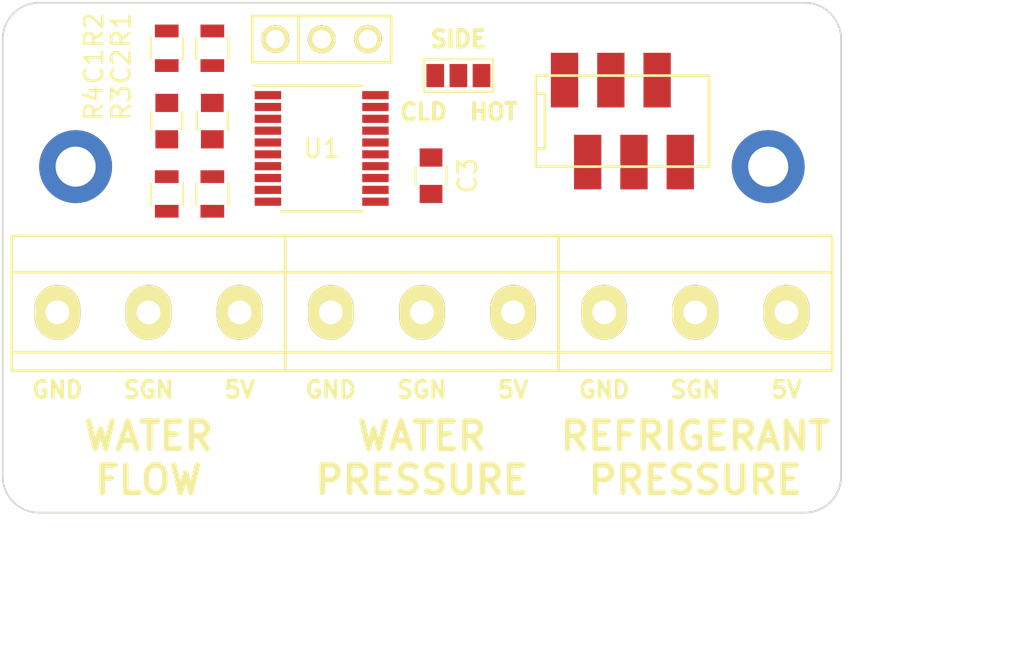
<source format=kicad_pcb>
(kicad_pcb (version 4) (host pcbnew 4.0.7-e2-6376~58~ubuntu16.04.1)

  (general
    (links 34)
    (no_connects 34)
    (area 130.949999 86.949999 177.050001 115.050001)
    (thickness 1.6)
    (drawings 25)
    (tracks 2)
    (zones 0)
    (modules 14)
    (nets 16)
  )

  (page A4)
  (layers
    (0 F.Cu signal)
    (31 B.Cu signal)
    (32 B.Adhes user)
    (33 F.Adhes user)
    (34 B.Paste user)
    (35 F.Paste user)
    (36 B.SilkS user)
    (37 F.SilkS user)
    (38 B.Mask user)
    (39 F.Mask user)
    (40 Dwgs.User user)
    (41 Cmts.User user)
    (42 Eco1.User user)
    (43 Eco2.User user)
    (44 Edge.Cuts user)
    (45 Margin user)
    (46 B.CrtYd user)
    (47 F.CrtYd user)
    (48 B.Fab user)
    (49 F.Fab user hide)
  )

  (setup
    (last_trace_width 0.25)
    (trace_clearance 0.2)
    (zone_clearance 0.508)
    (zone_45_only no)
    (trace_min 0.2)
    (segment_width 0.2)
    (edge_width 0.1)
    (via_size 0.6)
    (via_drill 0.4)
    (via_min_size 0.4)
    (via_min_drill 0.3)
    (user_via 0.9 0.6)
    (user_via 3 1)
    (user_via 4 2.2)
    (uvia_size 0.3)
    (uvia_drill 0.1)
    (uvias_allowed no)
    (uvia_min_size 0.2)
    (uvia_min_drill 0.1)
    (pcb_text_width 0.3)
    (pcb_text_size 1.5 1.5)
    (mod_edge_width 0.15)
    (mod_text_size 1 1)
    (mod_text_width 0.15)
    (pad_size 1.5 1.5)
    (pad_drill 0.6)
    (pad_to_mask_clearance 0)
    (aux_axis_origin 0 0)
    (visible_elements FFFFFF7F)
    (pcbplotparams
      (layerselection 0x00030_80000001)
      (usegerberextensions false)
      (excludeedgelayer true)
      (linewidth 0.100000)
      (plotframeref false)
      (viasonmask false)
      (mode 1)
      (useauxorigin false)
      (hpglpennumber 1)
      (hpglpenspeed 20)
      (hpglpendiameter 15)
      (hpglpenoverlay 2)
      (psnegative false)
      (psa4output false)
      (plotreference true)
      (plotvalue true)
      (plotinvisibletext false)
      (padsonsilk false)
      (subtractmaskfromsilk false)
      (outputformat 1)
      (mirror false)
      (drillshape 1)
      (scaleselection 1)
      (outputdirectory ""))
  )

  (net 0 "")
  (net 1 "Net-(C1-Pad1)")
  (net 2 GND)
  (net 3 +3V3)
  (net 4 "Net-(J1-Pad2)")
  (net 5 +5V)
  (net 6 "Net-(J2-Pad2)")
  (net 7 "Net-(J3-Pad2)")
  (net 8 /ALERT)
  (net 9 /SCL)
  (net 10 /SDA)
  (net 11 /SWDIO)
  (net 12 /SWCLK)
  (net 13 "Net-(J4-Pad2)")
  (net 14 "Net-(R1-Pad2)")
  (net 15 "Net-(R3-Pad2)")

  (net_class Default "This is the default net class."
    (clearance 0.2)
    (trace_width 0.25)
    (via_dia 0.6)
    (via_drill 0.4)
    (uvia_dia 0.3)
    (uvia_drill 0.1)
    (add_net +3V3)
    (add_net +5V)
    (add_net /ALERT)
    (add_net /SCL)
    (add_net /SDA)
    (add_net /SWCLK)
    (add_net /SWDIO)
    (add_net GND)
    (add_net "Net-(C1-Pad1)")
    (add_net "Net-(J1-Pad2)")
    (add_net "Net-(J2-Pad2)")
    (add_net "Net-(J3-Pad2)")
    (add_net "Net-(J4-Pad2)")
    (add_net "Net-(R1-Pad2)")
    (add_net "Net-(R3-Pad2)")
  )

  (module Capacitors_SMD:C_0805 (layer F.Cu) (tedit 58AA8463) (tstamp 5B736B47)
    (at 140 93.5 90)
    (descr "Capacitor SMD 0805, reflow soldering, AVX (see smccp.pdf)")
    (tags "capacitor 0805")
    (path /5B730B31)
    (attr smd)
    (fp_text reference C1 (at 3 -4 90) (layer F.SilkS)
      (effects (font (size 1 1) (thickness 0.15)))
    )
    (fp_text value 100n (at 0 1.75 90) (layer F.Fab)
      (effects (font (size 1 1) (thickness 0.15)))
    )
    (fp_text user %R (at 0 -1.5 90) (layer F.Fab)
      (effects (font (size 1 1) (thickness 0.15)))
    )
    (fp_line (start -1 0.62) (end -1 -0.62) (layer F.Fab) (width 0.1))
    (fp_line (start 1 0.62) (end -1 0.62) (layer F.Fab) (width 0.1))
    (fp_line (start 1 -0.62) (end 1 0.62) (layer F.Fab) (width 0.1))
    (fp_line (start -1 -0.62) (end 1 -0.62) (layer F.Fab) (width 0.1))
    (fp_line (start 0.5 -0.85) (end -0.5 -0.85) (layer F.SilkS) (width 0.12))
    (fp_line (start -0.5 0.85) (end 0.5 0.85) (layer F.SilkS) (width 0.12))
    (fp_line (start -1.75 -0.88) (end 1.75 -0.88) (layer F.CrtYd) (width 0.05))
    (fp_line (start -1.75 -0.88) (end -1.75 0.87) (layer F.CrtYd) (width 0.05))
    (fp_line (start 1.75 0.87) (end 1.75 -0.88) (layer F.CrtYd) (width 0.05))
    (fp_line (start 1.75 0.87) (end -1.75 0.87) (layer F.CrtYd) (width 0.05))
    (pad 1 smd rect (at -1 0 90) (size 1 1.25) (layers F.Cu F.Paste F.Mask)
      (net 1 "Net-(C1-Pad1)"))
    (pad 2 smd rect (at 1 0 90) (size 1 1.25) (layers F.Cu F.Paste F.Mask)
      (net 2 GND))
    (model Capacitors_SMD.3dshapes/C_0805.wrl
      (at (xyz 0 0 0))
      (scale (xyz 1 1 1))
      (rotate (xyz 0 0 0))
    )
  )

  (module Capacitors_SMD:C_0805 (layer F.Cu) (tedit 58AA8463) (tstamp 5B736B4D)
    (at 142.5 93.5 90)
    (descr "Capacitor SMD 0805, reflow soldering, AVX (see smccp.pdf)")
    (tags "capacitor 0805")
    (path /5B72E37D)
    (attr smd)
    (fp_text reference C2 (at 3 -5 90) (layer F.SilkS)
      (effects (font (size 1 1) (thickness 0.15)))
    )
    (fp_text value 100n (at 0 1.75 90) (layer F.Fab)
      (effects (font (size 1 1) (thickness 0.15)))
    )
    (fp_text user %R (at 0 -1.5 90) (layer F.Fab)
      (effects (font (size 1 1) (thickness 0.15)))
    )
    (fp_line (start -1 0.62) (end -1 -0.62) (layer F.Fab) (width 0.1))
    (fp_line (start 1 0.62) (end -1 0.62) (layer F.Fab) (width 0.1))
    (fp_line (start 1 -0.62) (end 1 0.62) (layer F.Fab) (width 0.1))
    (fp_line (start -1 -0.62) (end 1 -0.62) (layer F.Fab) (width 0.1))
    (fp_line (start 0.5 -0.85) (end -0.5 -0.85) (layer F.SilkS) (width 0.12))
    (fp_line (start -0.5 0.85) (end 0.5 0.85) (layer F.SilkS) (width 0.12))
    (fp_line (start -1.75 -0.88) (end 1.75 -0.88) (layer F.CrtYd) (width 0.05))
    (fp_line (start -1.75 -0.88) (end -1.75 0.87) (layer F.CrtYd) (width 0.05))
    (fp_line (start 1.75 0.87) (end 1.75 -0.88) (layer F.CrtYd) (width 0.05))
    (fp_line (start 1.75 0.87) (end -1.75 0.87) (layer F.CrtYd) (width 0.05))
    (pad 1 smd rect (at -1 0 90) (size 1 1.25) (layers F.Cu F.Paste F.Mask)
      (net 3 +3V3))
    (pad 2 smd rect (at 1 0 90) (size 1 1.25) (layers F.Cu F.Paste F.Mask)
      (net 2 GND))
    (model Capacitors_SMD.3dshapes/C_0805.wrl
      (at (xyz 0 0 0))
      (scale (xyz 1 1 1))
      (rotate (xyz 0 0 0))
    )
  )

  (module Capacitors_SMD:C_0805 (layer F.Cu) (tedit 58AA8463) (tstamp 5B736B53)
    (at 154.5 96.5 270)
    (descr "Capacitor SMD 0805, reflow soldering, AVX (see smccp.pdf)")
    (tags "capacitor 0805")
    (path /5B73420C)
    (attr smd)
    (fp_text reference C3 (at 0 -2 270) (layer F.SilkS)
      (effects (font (size 1 1) (thickness 0.15)))
    )
    (fp_text value 100n (at 0 1.75 270) (layer F.Fab)
      (effects (font (size 1 1) (thickness 0.15)))
    )
    (fp_text user %R (at 0 -1.5 270) (layer F.Fab)
      (effects (font (size 1 1) (thickness 0.15)))
    )
    (fp_line (start -1 0.62) (end -1 -0.62) (layer F.Fab) (width 0.1))
    (fp_line (start 1 0.62) (end -1 0.62) (layer F.Fab) (width 0.1))
    (fp_line (start 1 -0.62) (end 1 0.62) (layer F.Fab) (width 0.1))
    (fp_line (start -1 -0.62) (end 1 -0.62) (layer F.Fab) (width 0.1))
    (fp_line (start 0.5 -0.85) (end -0.5 -0.85) (layer F.SilkS) (width 0.12))
    (fp_line (start -0.5 0.85) (end 0.5 0.85) (layer F.SilkS) (width 0.12))
    (fp_line (start -1.75 -0.88) (end 1.75 -0.88) (layer F.CrtYd) (width 0.05))
    (fp_line (start -1.75 -0.88) (end -1.75 0.87) (layer F.CrtYd) (width 0.05))
    (fp_line (start 1.75 0.87) (end 1.75 -0.88) (layer F.CrtYd) (width 0.05))
    (fp_line (start 1.75 0.87) (end -1.75 0.87) (layer F.CrtYd) (width 0.05))
    (pad 1 smd rect (at -1 0 270) (size 1 1.25) (layers F.Cu F.Paste F.Mask)
      (net 3 +3V3))
    (pad 2 smd rect (at 1 0 270) (size 1 1.25) (layers F.Cu F.Paste F.Mask)
      (net 2 GND))
    (model Capacitors_SMD.3dshapes/C_0805.wrl
      (at (xyz 0 0 0))
      (scale (xyz 1 1 1))
      (rotate (xyz 0 0 0))
    )
  )

  (module device.farm:DG301-5.0-03 (layer F.Cu) (tedit 5B7368CF) (tstamp 5B736B66)
    (at 134 104)
    (path /5B7358BE)
    (fp_text reference J2 (at 0 4.4) (layer F.SilkS) hide
      (effects (font (size 1 1) (thickness 0.15)))
    )
    (fp_text value "Flow Ext" (at 0 -5.4) (layer F.Fab)
      (effects (font (size 1 1) (thickness 0.15)))
    )
    (fp_line (start -2.5 2.2) (end 12.5 2.2) (layer F.SilkS) (width 0.15))
    (fp_line (start -2.5 -2.2) (end 12.5 -2.2) (layer F.SilkS) (width 0.15))
    (fp_line (start -2.5 3.2) (end -2.5 -4.2) (layer F.SilkS) (width 0.15))
    (fp_line (start 12.5 3.2) (end -2.5 3.2) (layer F.SilkS) (width 0.15))
    (fp_line (start 12.5 -4.2) (end 12.5 3.2) (layer F.SilkS) (width 0.15))
    (fp_line (start -2.5 -4.2) (end 12.5 -4.2) (layer F.SilkS) (width 0.15))
    (pad 1 thru_hole oval (at 0 0) (size 2.5 3) (drill 1.3) (layers *.Cu *.Mask F.SilkS)
      (net 2 GND))
    (pad 2 thru_hole oval (at 5 0) (size 2.5 3) (drill 1.3) (layers *.Cu *.Mask F.SilkS)
      (net 6 "Net-(J2-Pad2)"))
    (pad 3 thru_hole oval (at 10 0) (size 2.5 3) (drill 1.3) (layers *.Cu *.Mask F.SilkS)
      (net 5 +5V))
    (model ${DF}/DG301-5.0-03.wrl
      (at (xyz 0 0 0))
      (scale (xyz 0.3937 0.3937 0.3937))
      (rotate (xyz 0 0 0))
    )
  )

  (module device.farm:DG301-5.0-03 (layer F.Cu) (tedit 5B7368D2) (tstamp 5B736B73)
    (at 149 104)
    (path /5B73592D)
    (fp_text reference J3 (at 0 4.4) (layer F.SilkS) hide
      (effects (font (size 1 1) (thickness 0.15)))
    )
    (fp_text value "Pressure Ext" (at 0 -5.4) (layer F.Fab)
      (effects (font (size 1 1) (thickness 0.15)))
    )
    (fp_line (start -2.5 2.2) (end 12.5 2.2) (layer F.SilkS) (width 0.15))
    (fp_line (start -2.5 -2.2) (end 12.5 -2.2) (layer F.SilkS) (width 0.15))
    (fp_line (start -2.5 3.2) (end -2.5 -4.2) (layer F.SilkS) (width 0.15))
    (fp_line (start 12.5 3.2) (end -2.5 3.2) (layer F.SilkS) (width 0.15))
    (fp_line (start 12.5 -4.2) (end 12.5 3.2) (layer F.SilkS) (width 0.15))
    (fp_line (start -2.5 -4.2) (end 12.5 -4.2) (layer F.SilkS) (width 0.15))
    (pad 1 thru_hole oval (at 0 0) (size 2.5 3) (drill 1.3) (layers *.Cu *.Mask F.SilkS)
      (net 2 GND))
    (pad 2 thru_hole oval (at 5 0) (size 2.5 3) (drill 1.3) (layers *.Cu *.Mask F.SilkS)
      (net 7 "Net-(J3-Pad2)"))
    (pad 3 thru_hole oval (at 10 0) (size 2.5 3) (drill 1.3) (layers *.Cu *.Mask F.SilkS)
      (net 5 +5V))
    (model ${DF}/DG301-5.0-03.wrl
      (at (xyz 0 0 0))
      (scale (xyz 0.3937 0.3937 0.3937))
      (rotate (xyz 0 0 0))
    )
  )

  (module device.farm:DG301-5.0-03 (layer F.Cu) (tedit 5B7368D5) (tstamp 5B736B80)
    (at 164 104)
    (path /5B735958)
    (fp_text reference J4 (at 0 4.4) (layer F.SilkS) hide
      (effects (font (size 1 1) (thickness 0.15)))
    )
    (fp_text value "Pressure Int" (at 0 -5.4) (layer F.Fab)
      (effects (font (size 1 1) (thickness 0.15)))
    )
    (fp_line (start -2.5 2.2) (end 12.5 2.2) (layer F.SilkS) (width 0.15))
    (fp_line (start -2.5 -2.2) (end 12.5 -2.2) (layer F.SilkS) (width 0.15))
    (fp_line (start -2.5 3.2) (end -2.5 -4.2) (layer F.SilkS) (width 0.15))
    (fp_line (start 12.5 3.2) (end -2.5 3.2) (layer F.SilkS) (width 0.15))
    (fp_line (start 12.5 -4.2) (end 12.5 3.2) (layer F.SilkS) (width 0.15))
    (fp_line (start -2.5 -4.2) (end 12.5 -4.2) (layer F.SilkS) (width 0.15))
    (pad 1 thru_hole oval (at 0 0) (size 2.5 3) (drill 1.3) (layers *.Cu *.Mask F.SilkS)
      (net 2 GND))
    (pad 2 thru_hole oval (at 5 0) (size 2.5 3) (drill 1.3) (layers *.Cu *.Mask F.SilkS)
      (net 13 "Net-(J4-Pad2)"))
    (pad 3 thru_hole oval (at 10 0) (size 2.5 3) (drill 1.3) (layers *.Cu *.Mask F.SilkS)
      (net 5 +5V))
    (model ${DF}/DG301-5.0-03.wrl
      (at (xyz 0 0 0))
      (scale (xyz 0.3937 0.3937 0.3937))
      (rotate (xyz 0 0 0))
    )
  )

  (module Resistors_SMD:R_0805 (layer F.Cu) (tedit 58E0A804) (tstamp 5B736BA8)
    (at 142.5 89.5 90)
    (descr "Resistor SMD 0805, reflow soldering, Vishay (see dcrcw.pdf)")
    (tags "resistor 0805")
    (path /5B736C1A)
    (attr smd)
    (fp_text reference R1 (at 1 -5 90) (layer F.SilkS)
      (effects (font (size 1 1) (thickness 0.15)))
    )
    (fp_text value 4k7 (at 0 1.75 90) (layer F.Fab)
      (effects (font (size 1 1) (thickness 0.15)))
    )
    (fp_text user %R (at 0 0 90) (layer F.Fab)
      (effects (font (size 0.5 0.5) (thickness 0.075)))
    )
    (fp_line (start -1 0.62) (end -1 -0.62) (layer F.Fab) (width 0.1))
    (fp_line (start 1 0.62) (end -1 0.62) (layer F.Fab) (width 0.1))
    (fp_line (start 1 -0.62) (end 1 0.62) (layer F.Fab) (width 0.1))
    (fp_line (start -1 -0.62) (end 1 -0.62) (layer F.Fab) (width 0.1))
    (fp_line (start 0.6 0.88) (end -0.6 0.88) (layer F.SilkS) (width 0.12))
    (fp_line (start -0.6 -0.88) (end 0.6 -0.88) (layer F.SilkS) (width 0.12))
    (fp_line (start -1.55 -0.9) (end 1.55 -0.9) (layer F.CrtYd) (width 0.05))
    (fp_line (start -1.55 -0.9) (end -1.55 0.9) (layer F.CrtYd) (width 0.05))
    (fp_line (start 1.55 0.9) (end 1.55 -0.9) (layer F.CrtYd) (width 0.05))
    (fp_line (start 1.55 0.9) (end -1.55 0.9) (layer F.CrtYd) (width 0.05))
    (pad 1 smd rect (at -0.95 0 90) (size 0.7 1.3) (layers F.Cu F.Paste F.Mask)
      (net 7 "Net-(J3-Pad2)"))
    (pad 2 smd rect (at 0.95 0 90) (size 0.7 1.3) (layers F.Cu F.Paste F.Mask)
      (net 14 "Net-(R1-Pad2)"))
    (model ${KISYS3DMOD}/Resistors_SMD.3dshapes/R_0805.wrl
      (at (xyz 0 0 0))
      (scale (xyz 1 1 1))
      (rotate (xyz 0 0 0))
    )
  )

  (module Resistors_SMD:R_0805 (layer F.Cu) (tedit 58E0A804) (tstamp 5B736BB9)
    (at 140 89.5 90)
    (descr "Resistor SMD 0805, reflow soldering, Vishay (see dcrcw.pdf)")
    (tags "resistor 0805")
    (path /5B736C74)
    (attr smd)
    (fp_text reference R2 (at 1 -4 90) (layer F.SilkS)
      (effects (font (size 1 1) (thickness 0.15)))
    )
    (fp_text value 10k (at 0 1.75 90) (layer F.Fab)
      (effects (font (size 1 1) (thickness 0.15)))
    )
    (fp_text user %R (at 0 0 90) (layer F.Fab)
      (effects (font (size 0.5 0.5) (thickness 0.075)))
    )
    (fp_line (start -1 0.62) (end -1 -0.62) (layer F.Fab) (width 0.1))
    (fp_line (start 1 0.62) (end -1 0.62) (layer F.Fab) (width 0.1))
    (fp_line (start 1 -0.62) (end 1 0.62) (layer F.Fab) (width 0.1))
    (fp_line (start -1 -0.62) (end 1 -0.62) (layer F.Fab) (width 0.1))
    (fp_line (start 0.6 0.88) (end -0.6 0.88) (layer F.SilkS) (width 0.12))
    (fp_line (start -0.6 -0.88) (end 0.6 -0.88) (layer F.SilkS) (width 0.12))
    (fp_line (start -1.55 -0.9) (end 1.55 -0.9) (layer F.CrtYd) (width 0.05))
    (fp_line (start -1.55 -0.9) (end -1.55 0.9) (layer F.CrtYd) (width 0.05))
    (fp_line (start 1.55 0.9) (end 1.55 -0.9) (layer F.CrtYd) (width 0.05))
    (fp_line (start 1.55 0.9) (end -1.55 0.9) (layer F.CrtYd) (width 0.05))
    (pad 1 smd rect (at -0.95 0 90) (size 0.7 1.3) (layers F.Cu F.Paste F.Mask)
      (net 2 GND))
    (pad 2 smd rect (at 0.95 0 90) (size 0.7 1.3) (layers F.Cu F.Paste F.Mask)
      (net 14 "Net-(R1-Pad2)"))
    (model ${KISYS3DMOD}/Resistors_SMD.3dshapes/R_0805.wrl
      (at (xyz 0 0 0))
      (scale (xyz 1 1 1))
      (rotate (xyz 0 0 0))
    )
  )

  (module Resistors_SMD:R_0805 (layer F.Cu) (tedit 58E0A804) (tstamp 5B736BCA)
    (at 142.5 97.5 90)
    (descr "Resistor SMD 0805, reflow soldering, Vishay (see dcrcw.pdf)")
    (tags "resistor 0805")
    (path /5B736CEC)
    (attr smd)
    (fp_text reference R3 (at 5 -5 90) (layer F.SilkS)
      (effects (font (size 1 1) (thickness 0.15)))
    )
    (fp_text value 4k7 (at 0 1.75 90) (layer F.Fab)
      (effects (font (size 1 1) (thickness 0.15)))
    )
    (fp_text user %R (at 0 0 90) (layer F.Fab)
      (effects (font (size 0.5 0.5) (thickness 0.075)))
    )
    (fp_line (start -1 0.62) (end -1 -0.62) (layer F.Fab) (width 0.1))
    (fp_line (start 1 0.62) (end -1 0.62) (layer F.Fab) (width 0.1))
    (fp_line (start 1 -0.62) (end 1 0.62) (layer F.Fab) (width 0.1))
    (fp_line (start -1 -0.62) (end 1 -0.62) (layer F.Fab) (width 0.1))
    (fp_line (start 0.6 0.88) (end -0.6 0.88) (layer F.SilkS) (width 0.12))
    (fp_line (start -0.6 -0.88) (end 0.6 -0.88) (layer F.SilkS) (width 0.12))
    (fp_line (start -1.55 -0.9) (end 1.55 -0.9) (layer F.CrtYd) (width 0.05))
    (fp_line (start -1.55 -0.9) (end -1.55 0.9) (layer F.CrtYd) (width 0.05))
    (fp_line (start 1.55 0.9) (end 1.55 -0.9) (layer F.CrtYd) (width 0.05))
    (fp_line (start 1.55 0.9) (end -1.55 0.9) (layer F.CrtYd) (width 0.05))
    (pad 1 smd rect (at -0.95 0 90) (size 0.7 1.3) (layers F.Cu F.Paste F.Mask)
      (net 13 "Net-(J4-Pad2)"))
    (pad 2 smd rect (at 0.95 0 90) (size 0.7 1.3) (layers F.Cu F.Paste F.Mask)
      (net 15 "Net-(R3-Pad2)"))
    (model ${KISYS3DMOD}/Resistors_SMD.3dshapes/R_0805.wrl
      (at (xyz 0 0 0))
      (scale (xyz 1 1 1))
      (rotate (xyz 0 0 0))
    )
  )

  (module Resistors_SMD:R_0805 (layer F.Cu) (tedit 58E0A804) (tstamp 5B736BDB)
    (at 140 97.5 90)
    (descr "Resistor SMD 0805, reflow soldering, Vishay (see dcrcw.pdf)")
    (tags "resistor 0805")
    (path /5B736D37)
    (attr smd)
    (fp_text reference R4 (at 5 -4 90) (layer F.SilkS)
      (effects (font (size 1 1) (thickness 0.15)))
    )
    (fp_text value 10k (at 0 1.75 90) (layer F.Fab)
      (effects (font (size 1 1) (thickness 0.15)))
    )
    (fp_text user %R (at 0 0 90) (layer F.Fab)
      (effects (font (size 0.5 0.5) (thickness 0.075)))
    )
    (fp_line (start -1 0.62) (end -1 -0.62) (layer F.Fab) (width 0.1))
    (fp_line (start 1 0.62) (end -1 0.62) (layer F.Fab) (width 0.1))
    (fp_line (start 1 -0.62) (end 1 0.62) (layer F.Fab) (width 0.1))
    (fp_line (start -1 -0.62) (end 1 -0.62) (layer F.Fab) (width 0.1))
    (fp_line (start 0.6 0.88) (end -0.6 0.88) (layer F.SilkS) (width 0.12))
    (fp_line (start -0.6 -0.88) (end 0.6 -0.88) (layer F.SilkS) (width 0.12))
    (fp_line (start -1.55 -0.9) (end 1.55 -0.9) (layer F.CrtYd) (width 0.05))
    (fp_line (start -1.55 -0.9) (end -1.55 0.9) (layer F.CrtYd) (width 0.05))
    (fp_line (start 1.55 0.9) (end 1.55 -0.9) (layer F.CrtYd) (width 0.05))
    (fp_line (start 1.55 0.9) (end -1.55 0.9) (layer F.CrtYd) (width 0.05))
    (pad 1 smd rect (at -0.95 0 90) (size 0.7 1.3) (layers F.Cu F.Paste F.Mask)
      (net 2 GND))
    (pad 2 smd rect (at 0.95 0 90) (size 0.7 1.3) (layers F.Cu F.Paste F.Mask)
      (net 15 "Net-(R3-Pad2)"))
    (model ${KISYS3DMOD}/Resistors_SMD.3dshapes/R_0805.wrl
      (at (xyz 0 0 0))
      (scale (xyz 1 1 1))
      (rotate (xyz 0 0 0))
    )
  )

  (module Housings_SSOP:TSSOP-20_4.4x6.5mm_Pitch0.65mm (layer F.Cu) (tedit 54130A77) (tstamp 5B736BF3)
    (at 148.5 95)
    (descr "20-Lead Plastic Thin Shrink Small Outline (ST)-4.4 mm Body [TSSOP] (see Microchip Packaging Specification 00000049BS.pdf)")
    (tags "SSOP 0.65")
    (path /5B734BEB)
    (attr smd)
    (fp_text reference U1 (at 0 0) (layer F.SilkS)
      (effects (font (size 1 1) (thickness 0.15)))
    )
    (fp_text value STM32F030F4Px (at 0 4.3) (layer F.Fab)
      (effects (font (size 1 1) (thickness 0.15)))
    )
    (fp_line (start -1.2 -3.25) (end 2.2 -3.25) (layer F.Fab) (width 0.15))
    (fp_line (start 2.2 -3.25) (end 2.2 3.25) (layer F.Fab) (width 0.15))
    (fp_line (start 2.2 3.25) (end -2.2 3.25) (layer F.Fab) (width 0.15))
    (fp_line (start -2.2 3.25) (end -2.2 -2.25) (layer F.Fab) (width 0.15))
    (fp_line (start -2.2 -2.25) (end -1.2 -3.25) (layer F.Fab) (width 0.15))
    (fp_line (start -3.95 -3.55) (end -3.95 3.55) (layer F.CrtYd) (width 0.05))
    (fp_line (start 3.95 -3.55) (end 3.95 3.55) (layer F.CrtYd) (width 0.05))
    (fp_line (start -3.95 -3.55) (end 3.95 -3.55) (layer F.CrtYd) (width 0.05))
    (fp_line (start -3.95 3.55) (end 3.95 3.55) (layer F.CrtYd) (width 0.05))
    (fp_line (start -2.225 3.45) (end 2.225 3.45) (layer F.SilkS) (width 0.15))
    (fp_line (start -3.75 -3.45) (end 2.225 -3.45) (layer F.SilkS) (width 0.15))
    (fp_text user %R (at 0 0) (layer F.Fab)
      (effects (font (size 0.8 0.8) (thickness 0.15)))
    )
    (pad 1 smd rect (at -2.95 -2.925) (size 1.45 0.45) (layers F.Cu F.Paste F.Mask)
      (net 2 GND))
    (pad 2 smd rect (at -2.95 -2.275) (size 1.45 0.45) (layers F.Cu F.Paste F.Mask))
    (pad 3 smd rect (at -2.95 -1.625) (size 1.45 0.45) (layers F.Cu F.Paste F.Mask))
    (pad 4 smd rect (at -2.95 -0.975) (size 1.45 0.45) (layers F.Cu F.Paste F.Mask)
      (net 1 "Net-(C1-Pad1)"))
    (pad 5 smd rect (at -2.95 -0.325) (size 1.45 0.45) (layers F.Cu F.Paste F.Mask)
      (net 3 +3V3))
    (pad 6 smd rect (at -2.95 0.325) (size 1.45 0.45) (layers F.Cu F.Paste F.Mask)
      (net 6 "Net-(J2-Pad2)"))
    (pad 7 smd rect (at -2.95 0.975) (size 1.45 0.45) (layers F.Cu F.Paste F.Mask)
      (net 14 "Net-(R1-Pad2)"))
    (pad 8 smd rect (at -2.95 1.625) (size 1.45 0.45) (layers F.Cu F.Paste F.Mask)
      (net 15 "Net-(R3-Pad2)"))
    (pad 9 smd rect (at -2.95 2.275) (size 1.45 0.45) (layers F.Cu F.Paste F.Mask)
      (net 4 "Net-(J1-Pad2)"))
    (pad 10 smd rect (at -2.95 2.925) (size 1.45 0.45) (layers F.Cu F.Paste F.Mask))
    (pad 11 smd rect (at 2.95 2.925) (size 1.45 0.45) (layers F.Cu F.Paste F.Mask))
    (pad 12 smd rect (at 2.95 2.275) (size 1.45 0.45) (layers F.Cu F.Paste F.Mask))
    (pad 13 smd rect (at 2.95 1.625) (size 1.45 0.45) (layers F.Cu F.Paste F.Mask)
      (net 8 /ALERT))
    (pad 14 smd rect (at 2.95 0.975) (size 1.45 0.45) (layers F.Cu F.Paste F.Mask))
    (pad 15 smd rect (at 2.95 0.325) (size 1.45 0.45) (layers F.Cu F.Paste F.Mask)
      (net 2 GND))
    (pad 16 smd rect (at 2.95 -0.325) (size 1.45 0.45) (layers F.Cu F.Paste F.Mask)
      (net 3 +3V3))
    (pad 17 smd rect (at 2.95 -0.975) (size 1.45 0.45) (layers F.Cu F.Paste F.Mask)
      (net 9 /SCL))
    (pad 18 smd rect (at 2.95 -1.625) (size 1.45 0.45) (layers F.Cu F.Paste F.Mask)
      (net 10 /SDA))
    (pad 19 smd rect (at 2.95 -2.275) (size 1.45 0.45) (layers F.Cu F.Paste F.Mask)
      (net 11 /SWDIO))
    (pad 20 smd rect (at 2.95 -2.925) (size 1.45 0.45) (layers F.Cu F.Paste F.Mask)
      (net 12 /SWCLK))
    (model ${KISYS3DMOD}/Housings_SSOP.3dshapes/TSSOP-20_4.4x6.5mm_Pitch0.65mm.wrl
      (at (xyz 0 0 0))
      (scale (xyz 1 1 1))
      (rotate (xyz 0 0 0))
    )
  )

  (module device.farm:Micro-Match-FOB-6 (layer F.Cu) (tedit 5B737B87) (tstamp 5B736C04)
    (at 165 93.5)
    (path /5B72E107)
    (fp_text reference X1 (at 0 5) (layer F.SilkS) hide
      (effects (font (size 1 1) (thickness 0.15)))
    )
    (fp_text value I2C-6P (at 0 -5) (layer F.Fab)
      (effects (font (size 1 1) (thickness 0.15)))
    )
    (fp_line (start -4.75 -2.5) (end 4.75 -2.5) (layer F.SilkS) (width 0.15))
    (fp_line (start -4.75 2.5) (end 4.75 2.5) (layer F.SilkS) (width 0.15))
    (fp_line (start -4.75 -2.5) (end -4.75 2.5) (layer F.SilkS) (width 0.15))
    (fp_line (start 4.75 -2.5) (end 4.75 2.5) (layer F.SilkS) (width 0.15))
    (fp_line (start -4.75 -1.5) (end -4.25 -1.5) (layer F.SilkS) (width 0.15))
    (fp_line (start -4.25 -1.5) (end -4.25 1.5) (layer F.SilkS) (width 0.15))
    (fp_line (start -4.75 1.5) (end -4.25 1.5) (layer F.SilkS) (width 0.15))
    (pad 1 smd rect (at -3.175 -2.25) (size 1.5 3) (layers F.Cu F.Paste F.Mask)
      (net 2 GND))
    (pad 2 smd rect (at -1.905 2.25) (size 1.5 3) (layers F.Cu F.Paste F.Mask)
      (net 9 /SCL))
    (pad 3 smd rect (at -0.635 -2.25) (size 1.5 3) (layers F.Cu F.Paste F.Mask)
      (net 10 /SDA))
    (pad 4 smd rect (at 0.635 2.25) (size 1.5 3) (layers F.Cu F.Paste F.Mask)
      (net 3 +3V3))
    (pad 5 smd rect (at 1.905 -2.25) (size 1.5 3) (layers F.Cu F.Paste F.Mask)
      (net 5 +5V))
    (pad 6 smd rect (at 3.175 2.25) (size 1.5 3) (layers F.Cu F.Paste F.Mask)
      (net 8 /ALERT))
    (model ${DF}/Micro-Match-FOB-6.wrl
      (at (xyz 0 0 0))
      (scale (xyz 0.393701 0.393701 0.393701))
      (rotate (xyz 0 0 0))
    )
  )

  (module device.farm:SWD (layer F.Cu) (tedit 5B737B91) (tstamp 5B736C10)
    (at 148.5 89)
    (path /5B72E3F4)
    (fp_text reference X2 (at 0 2.54) (layer F.SilkS) hide
      (effects (font (size 1 1) (thickness 0.15)))
    )
    (fp_text value SWD (at 0 -2.54) (layer F.Fab)
      (effects (font (size 1 1) (thickness 0.15)))
    )
    (fp_line (start -1.27 -1.27) (end -1.27 1.27) (layer F.SilkS) (width 0.15))
    (fp_line (start -3.81 -1.27) (end 3.81 -1.27) (layer F.SilkS) (width 0.15))
    (fp_line (start 3.81 -1.27) (end 3.81 1.27) (layer F.SilkS) (width 0.15))
    (fp_line (start 3.81 1.27) (end -3.81 1.27) (layer F.SilkS) (width 0.15))
    (fp_line (start -3.81 1.27) (end -3.81 -1.27) (layer F.SilkS) (width 0.15))
    (pad 1 thru_hole circle (at -2.54 0) (size 1.524 1.524) (drill 1.016) (layers *.Cu *.Mask F.SilkS)
      (net 11 /SWDIO))
    (pad 2 thru_hole circle (at 0 0) (size 1.524 1.524) (drill 1.016) (layers *.Cu *.Mask F.SilkS)
      (net 2 GND))
    (pad 3 thru_hole circle (at 2.54 0) (size 1.524 1.524) (drill 1.016) (layers *.Cu *.Mask F.SilkS)
      (net 12 /SWCLK))
  )

  (module Connectors:GS3 (layer F.Cu) (tedit 5B73789D) (tstamp 5B73736A)
    (at 156 91 90)
    (descr "3-pin solder bridge")
    (tags "solder bridge")
    (path /5B7355B0)
    (attr smd)
    (fp_text reference J1 (at -1.7 0 180) (layer F.SilkS) hide
      (effects (font (size 1 1) (thickness 0.15)))
    )
    (fp_text value Address (at 1.8 0 180) (layer F.Fab)
      (effects (font (size 1 1) (thickness 0.15)))
    )
    (fp_line (start -1.15 -2.15) (end 1.15 -2.15) (layer F.CrtYd) (width 0.05))
    (fp_line (start 1.15 -2.15) (end 1.15 2.15) (layer F.CrtYd) (width 0.05))
    (fp_line (start 1.15 2.15) (end -1.15 2.15) (layer F.CrtYd) (width 0.05))
    (fp_line (start -1.15 2.15) (end -1.15 -2.15) (layer F.CrtYd) (width 0.05))
    (fp_line (start -0.89 -1.91) (end -0.89 1.91) (layer F.SilkS) (width 0.12))
    (fp_line (start -0.89 1.91) (end 0.89 1.91) (layer F.SilkS) (width 0.12))
    (fp_line (start 0.89 1.91) (end 0.89 -1.91) (layer F.SilkS) (width 0.12))
    (fp_line (start -0.89 -1.91) (end 0.89 -1.91) (layer F.SilkS) (width 0.12))
    (pad 1 smd rect (at 0 -1.27 90) (size 1.27 0.97) (layers F.Cu F.Paste F.Mask)
      (net 2 GND))
    (pad 2 smd rect (at 0 0 90) (size 1.27 0.97) (layers F.Cu F.Paste F.Mask)
      (net 4 "Net-(J1-Pad2)"))
    (pad 3 smd rect (at 0 1.27 90) (size 1.27 0.97) (layers F.Cu F.Paste F.Mask)
      (net 3 +3V3))
  )

  (gr_text SIDE (at 156 89) (layer F.SilkS) (tstamp 5B737F52)
    (effects (font (size 0.9 0.9) (thickness 0.225)))
  )
  (gr_text HOT (at 156.5 93) (layer F.SilkS) (tstamp 5B737DD7)
    (effects (font (size 0.9 0.9) (thickness 0.225)) (justify left))
  )
  (gr_text CLD (at 155.5 93 360) (layer F.SilkS)
    (effects (font (size 0.9 0.9) (thickness 0.225)) (justify right))
  )
  (gr_arc (start 175 89) (end 175 87) (angle 90) (layer Edge.Cuts) (width 0.1))
  (gr_arc (start 133 89) (end 131 89) (angle 90) (layer Edge.Cuts) (width 0.1))
  (gr_arc (start 175 113) (end 177 113) (angle 90) (layer Edge.Cuts) (width 0.1))
  (gr_arc (start 133 113) (end 133 115) (angle 90) (layer Edge.Cuts) (width 0.1))
  (gr_text 5V (at 174 108.25) (layer F.SilkS) (tstamp 5B7373DD)
    (effects (font (size 0.9 0.9) (thickness 0.2)))
  )
  (gr_text 5V (at 159 108.25) (layer F.SilkS) (tstamp 5B7373DC)
    (effects (font (size 0.9 0.9) (thickness 0.2)))
  )
  (gr_text SGN (at 169 108.25) (layer F.SilkS) (tstamp 5B7373DA)
    (effects (font (size 0.9 0.9) (thickness 0.2)))
  )
  (gr_text SGN (at 154 108.25) (layer F.SilkS) (tstamp 5B7373D9)
    (effects (font (size 0.9 0.9) (thickness 0.2)))
  )
  (gr_text GND (at 164 108.25) (layer F.SilkS) (tstamp 5B7373D4)
    (effects (font (size 0.9 0.9) (thickness 0.2)))
  )
  (gr_text GND (at 149 108.25) (layer F.SilkS) (tstamp 5B7373D3)
    (effects (font (size 0.9 0.9) (thickness 0.2)))
  )
  (gr_text 5V (at 144 108.25) (layer F.SilkS) (tstamp 5B7373CD)
    (effects (font (size 0.9 0.9) (thickness 0.2)))
  )
  (gr_text SGN (at 139 108.25) (layer F.SilkS) (tstamp 5B7373CC)
    (effects (font (size 0.9 0.9) (thickness 0.2)))
  )
  (gr_text GND (at 134 108.25) (layer F.SilkS)
    (effects (font (size 0.9 0.9) (thickness 0.2)))
  )
  (gr_line (start 131 89) (end 131 113) (layer Edge.Cuts) (width 0.1))
  (gr_line (start 175 87) (end 133 87) (layer Edge.Cuts) (width 0.1))
  (dimension 46 (width 0.3) (layer Dwgs.User)
    (gr_text "46,000 mm" (at 154 123.349999) (layer Dwgs.User)
      (effects (font (size 1.5 1.5) (thickness 0.3)))
    )
    (feature1 (pts (xy 177 115) (xy 177 124.699999)))
    (feature2 (pts (xy 131 115) (xy 131 124.699999)))
    (crossbar (pts (xy 131 121.999999) (xy 177 121.999999)))
    (arrow1a (pts (xy 177 121.999999) (xy 175.873496 122.58642)))
    (arrow1b (pts (xy 177 121.999999) (xy 175.873496 121.413578)))
    (arrow2a (pts (xy 131 121.999999) (xy 132.126504 122.58642)))
    (arrow2b (pts (xy 131 121.999999) (xy 132.126504 121.413578)))
  )
  (dimension 28 (width 0.3) (layer Dwgs.User)
    (gr_text "28,000 mm" (at 184.35 101 90) (layer Dwgs.User)
      (effects (font (size 1.5 1.5) (thickness 0.3)))
    )
    (feature1 (pts (xy 177 87) (xy 185.7 87)))
    (feature2 (pts (xy 177 115) (xy 185.7 115)))
    (crossbar (pts (xy 183 115) (xy 183 87)))
    (arrow1a (pts (xy 183 87) (xy 183.586421 88.126504)))
    (arrow1b (pts (xy 183 87) (xy 182.413579 88.126504)))
    (arrow2a (pts (xy 183 115) (xy 183.586421 113.873496)))
    (arrow2b (pts (xy 183 115) (xy 182.413579 113.873496)))
  )
  (gr_line (start 177 113) (end 177 89) (layer Edge.Cuts) (width 0.1))
  (gr_line (start 133 115) (end 175 115) (layer Edge.Cuts) (width 0.1))
  (gr_text "REFRIGERANT\nPRESSURE" (at 169 112) (layer F.SilkS) (tstamp 5B736F33)
    (effects (font (size 1.5 1.5) (thickness 0.3)))
  )
  (gr_text "WATER\nPRESSURE" (at 154 112) (layer F.SilkS) (tstamp 5B736F32)
    (effects (font (size 1.5 1.5) (thickness 0.3)))
  )
  (gr_text "WATER\nFLOW" (at 139 112) (layer F.SilkS)
    (effects (font (size 1.5 1.5) (thickness 0.3)))
  )

  (via (at 173 96) (size 4) (drill 2.2) (layers F.Cu B.Cu) (net 0))
  (via (at 135 96) (size 4) (drill 2.2) (layers F.Cu B.Cu) (net 0))

)

</source>
